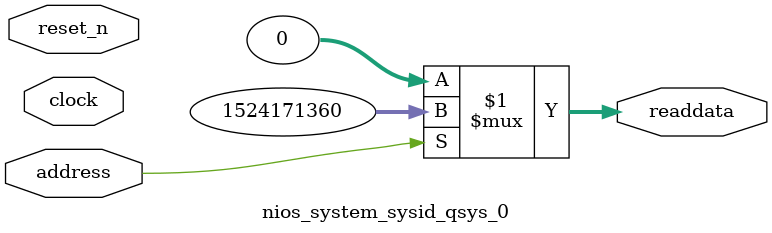
<source format=v>

`timescale 1ns / 1ps
// synthesis translate_on

// turn off superfluous verilog processor warnings 
// altera message_level Level1 
// altera message_off 10034 10035 10036 10037 10230 10240 10030 

module nios_system_sysid_qsys_0 (
               // inputs:
                address,
                clock,
                reset_n,

               // outputs:
                readdata
             )
;

  output  [ 31: 0] readdata;
  input            address;
  input            clock;
  input            reset_n;

  wire    [ 31: 0] readdata;
  //control_slave, which is an e_avalon_slave
  assign readdata = address ? 1524171360 : 0;

endmodule




</source>
